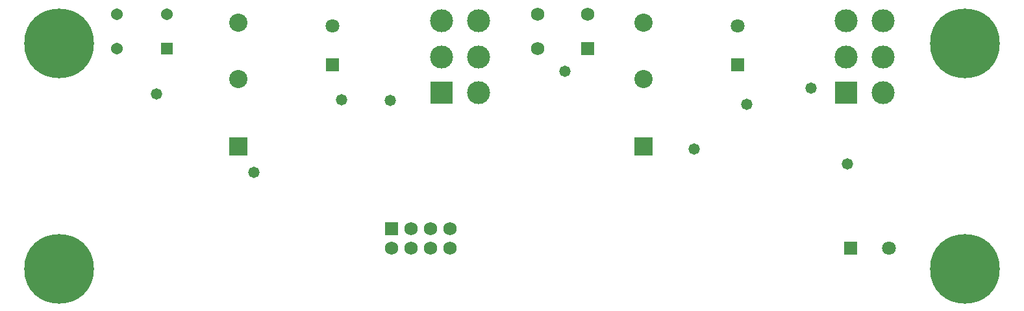
<source format=gbs>
G04*
G04 #@! TF.GenerationSoftware,Altium Limited,Altium Designer,21.1.1 (26)*
G04*
G04 Layer_Color=16711935*
%FSLAX25Y25*%
%MOIN*%
G70*
G04*
G04 #@! TF.SameCoordinates,73F3D1C4-FB11-4479-AABD-C16D83029322*
G04*
G04*
G04 #@! TF.FilePolarity,Negative*
G04*
G01*
G75*
%ADD23R,0.07099X0.07099*%
%ADD24C,0.07099*%
%ADD25R,0.09363X0.09363*%
%ADD26C,0.11824*%
%ADD27C,0.06902*%
%ADD28R,0.06902X0.06902*%
%ADD29R,0.06863X0.06863*%
%ADD30R,0.07099X0.07099*%
%ADD31C,0.06063*%
%ADD32R,0.06063X0.06063*%
%ADD33C,0.09363*%
%ADD34R,0.11824X0.11824*%
%ADD35C,0.06863*%
%ADD36C,0.35800*%
%ADD37C,0.05800*%
D23*
X529157Y370000D02*
D03*
D24*
X548842D02*
D03*
X263232Y484465D02*
D03*
X471138D02*
D03*
D25*
X215035Y422614D02*
D03*
X422941D02*
D03*
D26*
X319087Y468579D02*
D03*
X526992D02*
D03*
X338102Y487083D02*
D03*
Y468579D02*
D03*
Y450075D02*
D03*
X319087Y487083D02*
D03*
X546008D02*
D03*
Y468579D02*
D03*
Y450075D02*
D03*
X526992Y487083D02*
D03*
D27*
X303500Y380000D02*
D03*
X313500D02*
D03*
X323500D02*
D03*
X293500Y370000D02*
D03*
X303500D02*
D03*
X313500D02*
D03*
X323500D02*
D03*
D28*
X293500Y380000D02*
D03*
D29*
X394201Y472831D02*
D03*
D30*
X263232Y464465D02*
D03*
X471138D02*
D03*
D31*
X152705Y490547D02*
D03*
X178295D02*
D03*
X152705Y472831D02*
D03*
D32*
X178295D02*
D03*
D33*
X215035Y486000D02*
D03*
Y457260D02*
D03*
X422941Y486000D02*
D03*
Y457260D02*
D03*
D34*
X319087Y450075D02*
D03*
X526992D02*
D03*
D35*
X368610Y490547D02*
D03*
X394201D02*
D03*
X368610Y472831D02*
D03*
D36*
X123000Y475500D02*
D03*
Y359500D02*
D03*
X588000Y475500D02*
D03*
Y359500D02*
D03*
D37*
X449000Y421000D02*
D03*
X382500Y461000D02*
D03*
X527500Y413500D02*
D03*
X173000Y449500D02*
D03*
X223000Y409000D02*
D03*
X268000Y446500D02*
D03*
X509000Y452500D02*
D03*
X293000Y446201D02*
D03*
X476000Y444000D02*
D03*
M02*

</source>
